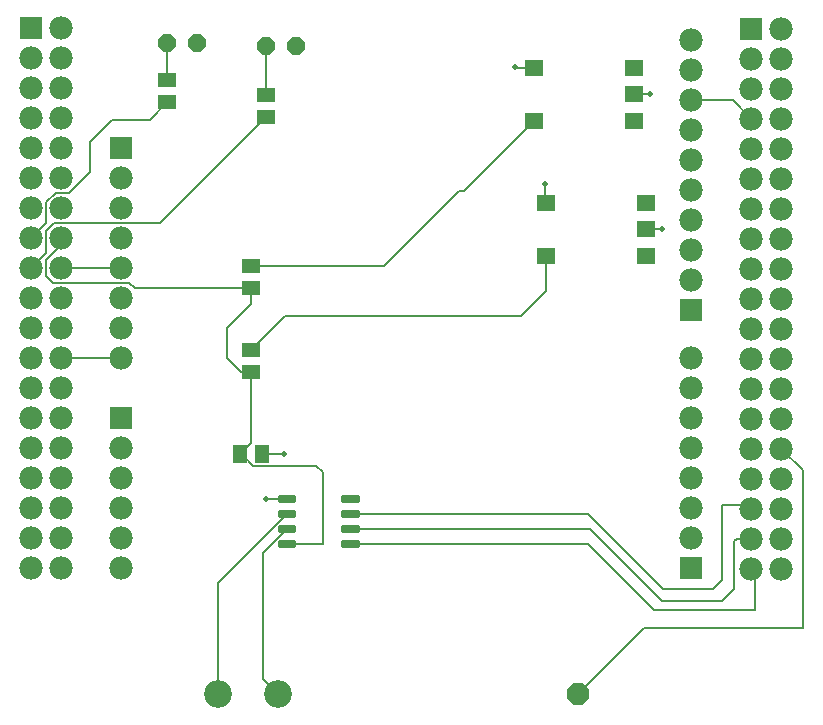
<source format=gtl>
G04 EAGLE Gerber RS-274X export*
G75*
%MOMM*%
%FSLAX34Y34*%
%LPD*%
%INTop Copper*%
%IPPOS*%
%AMOC8*
5,1,8,0,0,1.08239X$1,22.5*%
G01*
%ADD10R,1.300000X1.500000*%
%ADD11P,1.979475X8X22.500000*%
%ADD12P,1.583577X8X22.500000*%
%ADD13R,1.980000X1.980000*%
%ADD14C,1.980000*%
%ADD15R,1.500000X1.300000*%
%ADD16R,1.600000X1.400000*%
%ADD17C,0.304800*%
%ADD18C,2.340000*%
%ADD19C,0.152400*%
%ADD20C,0.502400*%


D10*
X323240Y317500D03*
X342240Y317500D03*
D11*
X609600Y114300D03*
D12*
X261620Y665480D03*
X287020Y665480D03*
X345440Y662940D03*
X370840Y662940D03*
D13*
X223000Y347900D03*
D14*
X223000Y322500D03*
X223000Y297100D03*
X223000Y271700D03*
X223000Y246300D03*
X223000Y220900D03*
D13*
X223000Y576500D03*
D14*
X223000Y551100D03*
X223000Y525700D03*
X223000Y500300D03*
X223000Y474900D03*
X223000Y449500D03*
X223000Y424100D03*
X223000Y398700D03*
D13*
X146800Y678100D03*
D14*
X172200Y678100D03*
X146800Y652700D03*
X172200Y652700D03*
X146800Y627300D03*
X172200Y627300D03*
X146800Y601900D03*
X172200Y601900D03*
X146800Y576500D03*
X172200Y576500D03*
X146800Y551100D03*
X172200Y551100D03*
X146800Y525700D03*
X172200Y525700D03*
X146800Y500300D03*
X172200Y500300D03*
X146800Y474900D03*
X172200Y474900D03*
X146800Y449500D03*
X172200Y449500D03*
X146800Y424100D03*
X172200Y424100D03*
X146800Y398700D03*
X172200Y398700D03*
X146800Y373300D03*
X172200Y373300D03*
X146800Y347900D03*
X172200Y347900D03*
X146800Y322500D03*
X172200Y322500D03*
X146800Y297100D03*
X172200Y297100D03*
X146800Y271700D03*
X172200Y271700D03*
X146800Y246300D03*
X172200Y246300D03*
X146800Y220900D03*
X172200Y220900D03*
D13*
X705600Y439340D03*
D14*
X705600Y464740D03*
X705600Y490140D03*
X705600Y515540D03*
X705600Y540940D03*
X705600Y566340D03*
X705600Y591740D03*
X705600Y617140D03*
X705600Y642540D03*
X705600Y667940D03*
X705600Y271700D03*
X705600Y297100D03*
X705600Y322500D03*
X705600Y347900D03*
X705600Y373300D03*
X705600Y398700D03*
D13*
X705600Y220900D03*
D14*
X705600Y246300D03*
D13*
X756400Y677850D03*
D14*
X781800Y677850D03*
X756400Y652450D03*
X781800Y652450D03*
X756400Y627050D03*
X781800Y627050D03*
X756400Y601650D03*
X781800Y601650D03*
X756400Y576250D03*
X781800Y576250D03*
X756400Y550850D03*
X781800Y550850D03*
X756400Y525450D03*
X781800Y525450D03*
X756400Y500050D03*
X781800Y500050D03*
X756400Y474650D03*
X781800Y474650D03*
X756400Y449250D03*
X781800Y449250D03*
X756400Y423850D03*
X781800Y423850D03*
X756400Y398450D03*
X781800Y398450D03*
X756400Y373050D03*
X781800Y373050D03*
X756400Y347650D03*
X781800Y347650D03*
X756400Y322250D03*
X781800Y322250D03*
X756400Y296850D03*
X781800Y296850D03*
X756400Y271450D03*
X781800Y271450D03*
X756400Y246050D03*
X781800Y246050D03*
X756400Y220650D03*
X781800Y220650D03*
D15*
X261620Y634340D03*
X261620Y615340D03*
X345440Y621640D03*
X345440Y602640D03*
X332740Y405740D03*
X332740Y386740D03*
X332740Y476860D03*
X332740Y457860D03*
D16*
X582840Y485500D03*
X666840Y485500D03*
X666840Y508000D03*
X666840Y530500D03*
X582840Y530500D03*
X572680Y599800D03*
X656680Y599800D03*
X656680Y622300D03*
X656680Y644800D03*
X572680Y644800D03*
D17*
X369443Y277876D02*
X356997Y277876D01*
X356997Y280924D01*
X369443Y280924D01*
X369443Y277876D01*
X369443Y280772D02*
X356997Y280772D01*
X356997Y265176D02*
X369443Y265176D01*
X356997Y265176D02*
X356997Y268224D01*
X369443Y268224D01*
X369443Y265176D01*
X369443Y268072D02*
X356997Y268072D01*
X356997Y252476D02*
X369443Y252476D01*
X356997Y252476D02*
X356997Y255524D01*
X369443Y255524D01*
X369443Y252476D01*
X369443Y255372D02*
X356997Y255372D01*
X356997Y239776D02*
X369443Y239776D01*
X356997Y239776D02*
X356997Y242824D01*
X369443Y242824D01*
X369443Y239776D01*
X369443Y242672D02*
X356997Y242672D01*
X410845Y239776D02*
X423291Y239776D01*
X410845Y239776D02*
X410845Y242824D01*
X423291Y242824D01*
X423291Y239776D01*
X423291Y242672D02*
X410845Y242672D01*
X410845Y252476D02*
X423291Y252476D01*
X410845Y252476D02*
X410845Y255524D01*
X423291Y255524D01*
X423291Y252476D01*
X423291Y255372D02*
X410845Y255372D01*
X410845Y265176D02*
X423291Y265176D01*
X410845Y265176D02*
X410845Y268224D01*
X423291Y268224D01*
X423291Y265176D01*
X423291Y268072D02*
X410845Y268072D01*
X410845Y280924D02*
X423291Y280924D01*
X423291Y277876D01*
X410845Y277876D01*
X410845Y280924D01*
X410845Y280772D02*
X423291Y280772D01*
D18*
X304589Y114550D03*
X355389Y114550D03*
D19*
X582840Y530500D02*
X581660Y531680D01*
X581660Y546100D01*
D20*
X581660Y546100D03*
D19*
X666840Y508000D02*
X680720Y508000D01*
D20*
X680720Y508000D03*
D19*
X572680Y644800D02*
X556620Y644800D01*
X556260Y645160D01*
D20*
X556260Y645160D03*
D19*
X656680Y622300D02*
X670560Y622300D01*
D20*
X670560Y622300D03*
D19*
X363220Y279400D02*
X345440Y279400D01*
D20*
X345440Y279400D03*
D19*
X342240Y317500D02*
X360680Y317500D01*
D20*
X360680Y317500D03*
D19*
X223000Y474900D02*
X172200Y474900D01*
X172200Y398700D02*
X223000Y398700D01*
X705600Y617140D02*
X740910Y617140D01*
X756400Y601650D01*
X332740Y457860D02*
X332740Y444500D01*
X312420Y424180D01*
X312420Y398780D01*
X324460Y386740D02*
X332740Y386740D01*
X324460Y386740D02*
X312420Y398780D01*
X332740Y457860D02*
X234439Y457860D01*
X165042Y462683D02*
X159643Y468082D01*
X159643Y481721D01*
X229616Y462683D02*
X234439Y457860D01*
X229616Y462683D02*
X165042Y462683D01*
X159643Y481721D02*
X172200Y494278D01*
X172200Y500300D01*
X363220Y241300D02*
X393700Y241300D01*
X393700Y302260D01*
X325007Y317500D02*
X323240Y317500D01*
X325007Y317500D02*
X334793Y307714D01*
X388246Y307714D02*
X393700Y302260D01*
X388246Y307714D02*
X334793Y307714D01*
X323240Y317500D02*
X332740Y327000D01*
X332740Y386740D01*
X363220Y266700D02*
X355854Y259334D01*
X355419Y259334D01*
X304589Y208504D01*
X304589Y114550D01*
X355854Y246634D02*
X363220Y254000D01*
X355854Y246634D02*
X355419Y246634D01*
X342900Y234115D01*
X342900Y127039D02*
X355389Y114550D01*
X342900Y127039D02*
X342900Y234115D01*
X261620Y634340D02*
X261620Y665480D01*
X345440Y662940D02*
X345440Y621640D01*
X361340Y434340D02*
X332740Y405740D01*
X361340Y434340D02*
X561340Y434340D01*
X582840Y455840D01*
X582840Y485500D01*
X513526Y540646D02*
X572680Y599800D01*
X513526Y540646D02*
X508833Y540646D01*
X445047Y476860D02*
X332740Y476860D01*
X445047Y476860D02*
X508833Y540646D01*
X167300Y538430D02*
X159531Y530661D01*
X196224Y581617D02*
X215343Y600736D01*
X159531Y513031D02*
X146800Y500300D01*
X159531Y513031D02*
X159531Y530661D01*
X167300Y538430D02*
X178384Y538430D01*
X196224Y556270D01*
X196224Y581617D01*
X215343Y600736D02*
X247016Y600736D01*
X261620Y615340D01*
X165720Y512857D02*
X159643Y506780D01*
X159643Y487743D02*
X146800Y474900D01*
X159643Y487743D02*
X159643Y506780D01*
X255657Y512857D02*
X345440Y602640D01*
X255657Y512857D02*
X165720Y512857D01*
X609600Y114300D02*
X665480Y170180D01*
X800100Y170180D01*
X800100Y303950D01*
X781800Y322250D01*
X723900Y203200D02*
X681663Y203200D01*
X723900Y203200D02*
X731520Y210820D01*
X731520Y274320D01*
X753530Y274320D01*
X756400Y271450D01*
X619786Y265077D02*
X618163Y266700D01*
X619786Y265077D02*
X681663Y203200D01*
X618163Y266700D02*
X417068Y266700D01*
X680720Y193040D02*
X731520Y193040D01*
X741680Y203200D02*
X741680Y243840D01*
X743890Y246050D01*
X756400Y246050D01*
X741680Y203200D02*
X731520Y193040D01*
X680720Y193040D02*
X620536Y253224D01*
X619760Y254000D02*
X417068Y254000D01*
X619760Y254000D02*
X620536Y253224D01*
X759460Y217590D02*
X759460Y185420D01*
X759460Y217590D02*
X756400Y220650D01*
X759460Y185420D02*
X673608Y185420D01*
X617728Y241300D02*
X417068Y241300D01*
X617728Y241300D02*
X673608Y185420D01*
M02*

</source>
